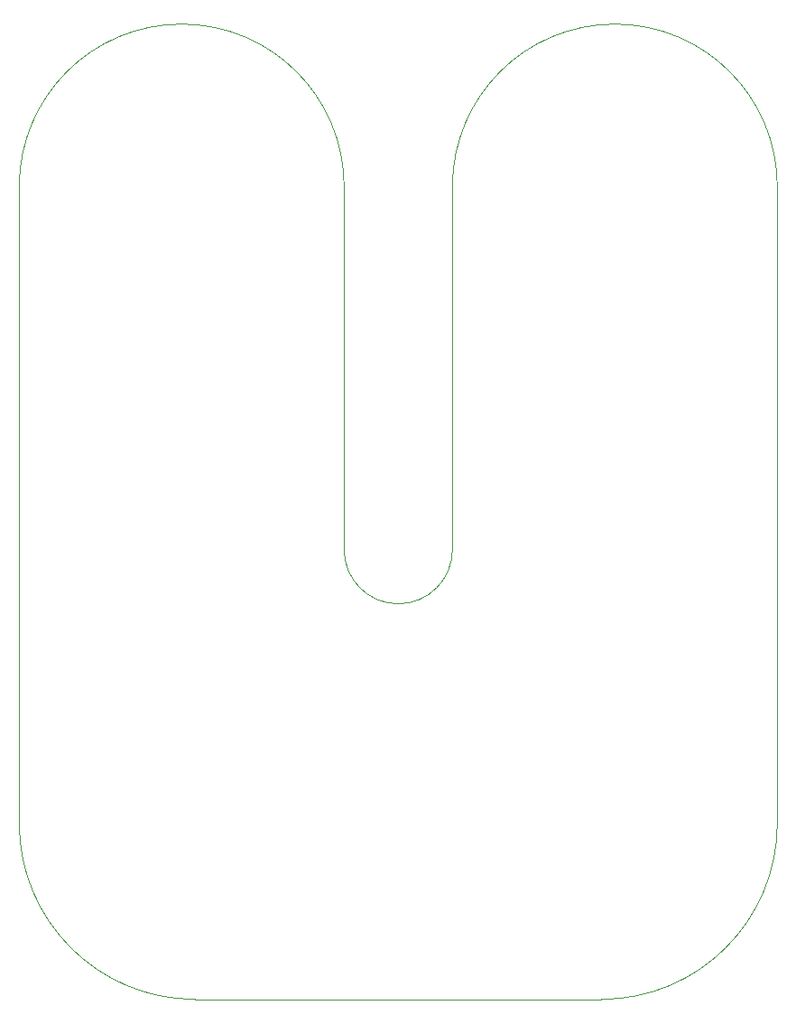
<source format=gbr>
G04 #@! TF.GenerationSoftware,KiCad,Pcbnew,(5.1.4)-1*
G04 #@! TF.CreationDate,2020-03-15T18:13:58-04:00*
G04 #@! TF.ProjectId,MoistureSensor,4d6f6973-7475-4726-9553-656e736f722e,rev?*
G04 #@! TF.SameCoordinates,Original*
G04 #@! TF.FileFunction,Profile,NP*
%FSLAX46Y46*%
G04 Gerber Fmt 4.6, Leading zero omitted, Abs format (unit mm)*
G04 Created by KiCad (PCBNEW (5.1.4)-1) date 2020-03-15 18:13:58*
%MOMM*%
%LPD*%
G04 APERTURE LIST*
%ADD10C,0.050000*%
G04 APERTURE END LIST*
D10*
X157480000Y-107696000D02*
G75*
G02X147320000Y-107696000I-5080000J0D01*
G01*
X133350000Y-149860000D02*
X171450000Y-149860000D01*
X187960000Y-133350000D02*
G75*
G02X171450000Y-149860000I-16510000J0D01*
G01*
X133350000Y-149860000D02*
G75*
G02X116840000Y-133350000I0J16510000D01*
G01*
X157480000Y-73660000D02*
X157480000Y-107696000D01*
X147320000Y-73660000D02*
X147320000Y-107696000D01*
X116840000Y-73660000D02*
G75*
G02X147320000Y-73660000I15240000J0D01*
G01*
X157480000Y-73660000D02*
G75*
G02X187960000Y-73660000I15240000J0D01*
G01*
X187960000Y-133350000D02*
X187960000Y-73660000D01*
X116840000Y-73660000D02*
X116840000Y-133350000D01*
M02*

</source>
